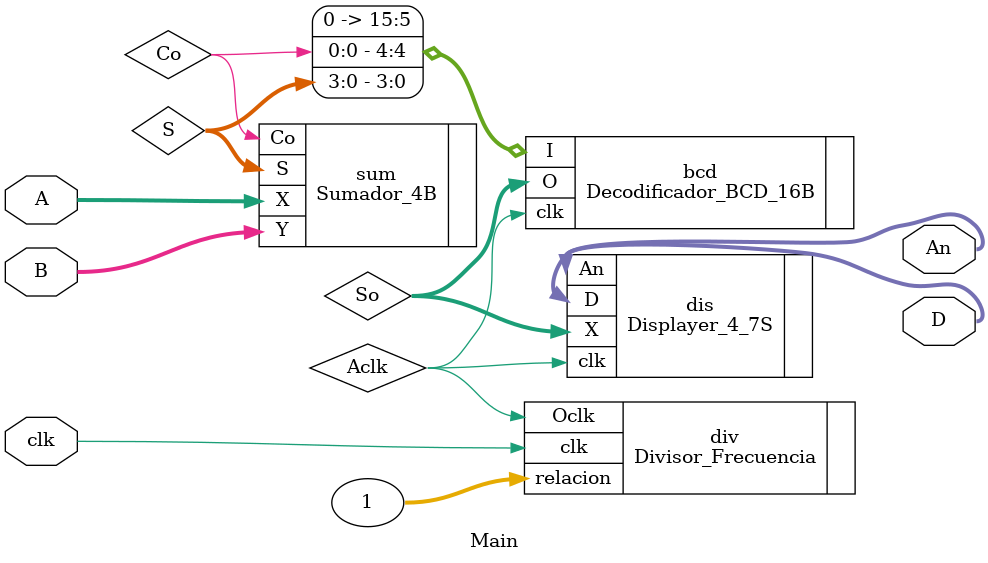
<source format=v>
`timescale 1ns / 1ps

module Main(A,B,clk,D,An);
	
	input clk;
	input [3:0] A;
	input [3:0] B;
	output [6:0] D;
	output [3:0] An;
	
	wire Aclk;
	wire [3:0] S;
	wire [15:0] So;
	
	Divisor_Frecuencia div (.clk(clk),.relacion(1),.Oclk(Aclk));
	Sumador_4B sum (.X(A),.Y(B),.S(S),.Co(Co));
	Decodificador_BCD_16B bcd (.I({11'b00000000000,Co,S}),.clk(Aclk),.O(So));
	Displayer_4_7S dis (.D(D),.An(An),.clk(Aclk),.X(So));
	
endmodule

</source>
